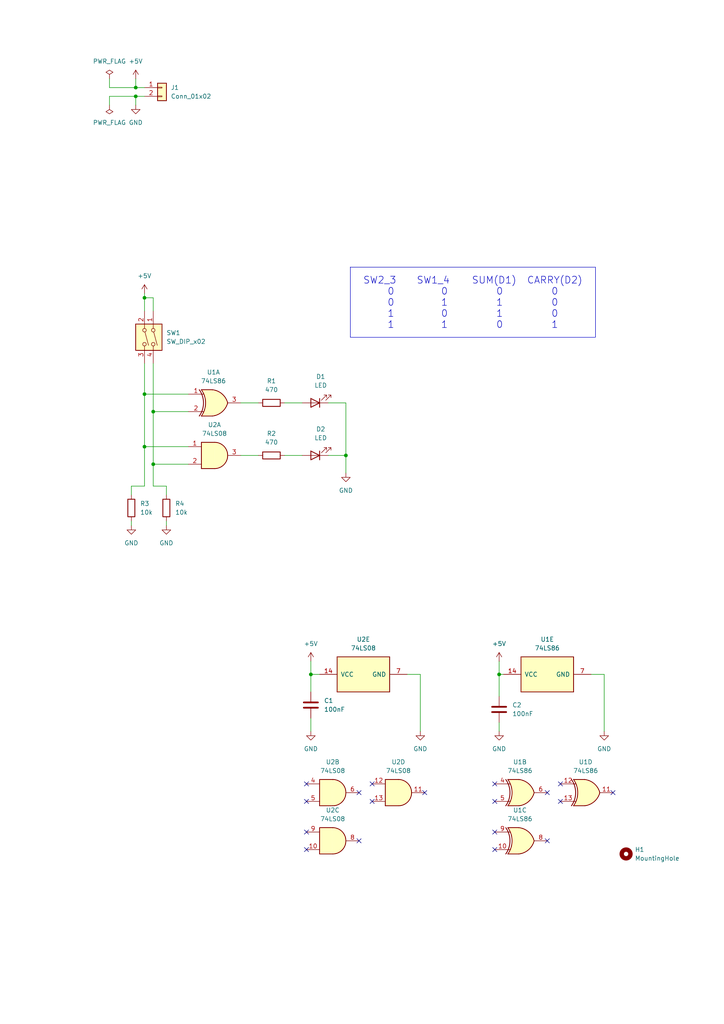
<source format=kicad_sch>
(kicad_sch (version 20231120) (generator "eeschema") (generator_version "8.0")
  (paper "A4" portrait)
  (title_block (title "HALF ADDER") (date "2024-03-02") (rev "v0.0") (company "MICAELA"))
  (lib_symbols
    (symbol "74xx:74LS08" (pin_names (offset 1.016))
      (property "Reference" "U" (at 0 1.27 0))
      (property "Value" "74LS08" (at 0 -1.27 0))
      (symbol "74LS08_1_1"
        (arc (start 0 -3.81) (mid 3.7934 0) (end 0 3.81) (stroke (width 0.254)) (fill (type background)))
        (polyline (pts (xy 0 3.81) (xy -3.81 3.81) (xy -3.81 -3.81) (xy 0 -3.81)) (stroke (width 0.254)) (fill (type background)))
        (pin input line (at -7.62 2.54 0) (length 3.81) (name "~") (number "1"))
        (pin input line (at -7.62 -2.54 0) (length 3.81) (name "~") (number "2"))
        (pin output line (at 7.62 0 180) (length 3.81) (name "~") (number "3"))
      )
      (symbol "74LS08_1_2"
        (arc (start -3.81 -3.81) (mid -2.589 0) (end -3.81 3.81) (stroke (width 0.254)))
        (arc (start -0.6096 -3.81) (mid 2.1842 -2.5851) (end 3.81 0) (stroke (width 0.254)) (fill (type background)))
        (polyline (pts (xy -3.81 -3.81) (xy -0.635 -3.81)) (stroke (width 0.254)) (fill (type background)))
        (polyline (pts (xy -3.81 3.81) (xy -0.635 3.81)) (stroke (width 0.254)) (fill (type background)))
        (polyline (pts (xy -0.635 3.81) (xy -3.81 3.81) (xy -3.81 3.81) (xy -3.556 3.4036) (xy -3.0226 2.2606) (xy -2.6924 1.0414) (xy -2.6162 -0.254) (xy -2.7686 -1.4986) (xy -3.175 -2.7178) (xy -3.81 -3.81) (xy -3.81 -3.81) (xy -0.635 -3.81)) (stroke (width -25.4)) (fill (type background)))
        (arc (start 3.81 0) (mid 2.1915 2.5936) (end -0.6096 3.81) (stroke (width 0.254)) (fill (type background)))
        (pin input inverted (at -7.62 2.54 0) (length 4.318) (name "~") (number "1"))
        (pin input inverted (at -7.62 -2.54 0) (length 4.318) (name "~") (number "2"))
        (pin output inverted (at 7.62 0 180) (length 3.81) (name "~") (number "3"))
      )
      (symbol "74LS08_2_1"
        (arc (start 0 -3.81) (mid 3.7934 0) (end 0 3.81) (stroke (width 0.254)) (fill (type background)))
        (polyline (pts (xy 0 3.81) (xy -3.81 3.81) (xy -3.81 -3.81) (xy 0 -3.81)) (stroke (width 0.254)) (fill (type background)))
        (pin input line (at -7.62 2.54 0) (length 3.81) (name "~") (number "4"))
        (pin input line (at -7.62 -2.54 0) (length 3.81) (name "~") (number "5"))
        (pin output line (at 7.62 0 180) (length 3.81) (name "~") (number "6"))
      )
      (symbol "74LS08_2_2"
        (arc (start -3.81 -3.81) (mid -2.589 0) (end -3.81 3.81) (stroke (width 0.254)))
        (arc (start -0.6096 -3.81) (mid 2.1842 -2.5851) (end 3.81 0) (stroke (width 0.254)) (fill (type background)))
        (polyline (pts (xy -3.81 -3.81) (xy -0.635 -3.81)) (stroke (width 0.254)) (fill (type background)))
        (polyline (pts (xy -3.81 3.81) (xy -0.635 3.81)) (stroke (width 0.254)) (fill (type background)))
        (polyline (pts (xy -0.635 3.81) (xy -3.81 3.81) (xy -3.81 3.81) (xy -3.556 3.4036) (xy -3.0226 2.2606) (xy -2.6924 1.0414) (xy -2.6162 -0.254) (xy -2.7686 -1.4986) (xy -3.175 -2.7178) (xy -3.81 -3.81) (xy -3.81 -3.81) (xy -0.635 -3.81)) (stroke (width -25.4)) (fill (type background)))
        (arc (start 3.81 0) (mid 2.1915 2.5936) (end -0.6096 3.81) (stroke (width 0.254)) (fill (type background)))
        (pin input inverted (at -7.62 2.54 0) (length 4.318) (name "~") (number "4"))
        (pin input inverted (at -7.62 -2.54 0) (length 4.318) (name "~") (number "5"))
        (pin output inverted (at 7.62 0 180) (length 3.81) (name "~") (number "6"))
      )
      (symbol "74LS08_3_1"
        (arc (start 0 -3.81) (mid 3.7934 0) (end 0 3.81) (stroke (width 0.254)) (fill (type background)))
        (polyline (pts (xy 0 3.81) (xy -3.81 3.81) (xy -3.81 -3.81) (xy 0 -3.81)) (stroke (width 0.254)) (fill (type background)))
        (pin input line (at -7.62 -2.54 0) (length 3.81) (name "~") (number "10"))
        (pin output line (at 7.62 0 180) (length 3.81) (name "~") (number "8"))
        (pin input line (at -7.62 2.54 0) (length 3.81) (name "~") (number "9"))
      )
      (symbol "74LS08_3_2"
        (arc (start -3.81 -3.81) (mid -2.589 0) (end -3.81 3.81) (stroke (width 0.254)))
        (arc (start -0.6096 -3.81) (mid 2.1842 -2.5851) (end 3.81 0) (stroke (width 0.254)) (fill (type background)))
        (polyline (pts (xy -3.81 -3.81) (xy -0.635 -3.81)) (stroke (width 0.254)) (fill (type background)))
        (polyline (pts (xy -3.81 3.81) (xy -0.635 3.81)) (stroke (width 0.254)) (fill (type background)))
        (polyline (pts (xy -0.635 3.81) (xy -3.81 3.81) (xy -3.81 3.81) (xy -3.556 3.4036) (xy -3.0226 2.2606) (xy -2.6924 1.0414) (xy -2.6162 -0.254) (xy -2.7686 -1.4986) (xy -3.175 -2.7178) (xy -3.81 -3.81) (xy -3.81 -3.81) (xy -0.635 -3.81)) (stroke (width -25.4)) (fill (type background)))
        (arc (start 3.81 0) (mid 2.1915 2.5936) (end -0.6096 3.81) (stroke (width 0.254)) (fill (type background)))
        (pin input inverted (at -7.62 -2.54 0) (length 4.318) (name "~") (number "10"))
        (pin output inverted (at 7.62 0 180) (length 3.81) (name "~") (number "8"))
        (pin input inverted (at -7.62 2.54 0) (length 4.318) (name "~") (number "9"))
      )
      (symbol "74LS08_4_1"
        (arc (start 0 -3.81) (mid 3.7934 0) (end 0 3.81) (stroke (width 0.254)) (fill (type background)))
        (polyline (pts (xy 0 3.81) (xy -3.81 3.81) (xy -3.81 -3.81) (xy 0 -3.81)) (stroke (width 0.254)) (fill (type background)))
        (pin output line (at 7.62 0 180) (length 3.81) (name "~") (number "11"))
        (pin input line (at -7.62 2.54 0) (length 3.81) (name "~") (number "12"))
        (pin input line (at -7.62 -2.54 0) (length 3.81) (name "~") (number "13"))
      )
      (symbol "74LS08_4_2"
        (arc (start -3.81 -3.81) (mid -2.589 0) (end -3.81 3.81) (stroke (width 0.254)))
        (arc (start -0.6096 -3.81) (mid 2.1842 -2.5851) (end 3.81 0) (stroke (width 0.254)) (fill (type background)))
        (polyline (pts (xy -3.81 -3.81) (xy -0.635 -3.81)) (stroke (width 0.254)) (fill (type background)))
        (polyline (pts (xy -3.81 3.81) (xy -0.635 3.81)) (stroke (width 0.254)) (fill (type background)))
        (polyline (pts (xy -0.635 3.81) (xy -3.81 3.81) (xy -3.81 3.81) (xy -3.556 3.4036) (xy -3.0226 2.2606) (xy -2.6924 1.0414) (xy -2.6162 -0.254) (xy -2.7686 -1.4986) (xy -3.175 -2.7178) (xy -3.81 -3.81) (xy -3.81 -3.81) (xy -0.635 -3.81)) (stroke (width -25.4)) (fill (type background)))
        (arc (start 3.81 0) (mid 2.1915 2.5936) (end -0.6096 3.81) (stroke (width 0.254)) (fill (type background)))
        (pin output inverted (at 7.62 0 180) (length 3.81) (name "~") (number "11"))
        (pin input inverted (at -7.62 2.54 0) (length 4.318) (name "~") (number "12"))
        (pin input inverted (at -7.62 -2.54 0) (length 4.318) (name "~") (number "13"))
      )
      (symbol "74LS08_5_0"
        (pin power_in line (at 0 12.7 270) (length 5.08) (name "VCC") (number "14"))
        (pin power_in line (at 0 -12.7 90) (length 5.08) (name "GND") (number "7"))
      )
      (symbol "74LS08_5_1"
        (rectangle (start -5.08 7.62) (end 5.08 -7.62) (stroke (width 0.254)) (fill (type background)))
      )
    )
    (symbol "74xx:74LS86" (pin_names (offset 1.016))
      (property "Reference" "U" (at 0 1.27 0))
      (property "Value" "74LS86" (at 0 -1.27 0))
      (symbol "74LS86_1_0"
        (arc (start -4.4196 -3.81) (mid -3.2033 0) (end -4.4196 3.81) (stroke (width 0.254)))
        (arc (start -3.81 -3.81) (mid -2.589 0) (end -3.81 3.81) (stroke (width 0.254)))
        (arc (start -0.6096 -3.81) (mid 2.1842 -2.5851) (end 3.81 0) (stroke (width 0.254)) (fill (type background)))
        (polyline (pts (xy -3.81 -3.81) (xy -0.635 -3.81)) (stroke (width 0.254)) (fill (type background)))
        (polyline (pts (xy -3.81 3.81) (xy -0.635 3.81)) (stroke (width 0.254)) (fill (type background)))
        (polyline (pts (xy -0.635 3.81) (xy -3.81 3.81) (xy -3.81 3.81) (xy -3.556 3.4036) (xy -3.0226 2.2606) (xy -2.6924 1.0414) (xy -2.6162 -0.254) (xy -2.7686 -1.4986) (xy -3.175 -2.7178) (xy -3.81 -3.81) (xy -3.81 -3.81) (xy -0.635 -3.81)) (stroke (width -25.4)) (fill (type background)))
        (arc (start 3.81 0) (mid 2.1915 2.5936) (end -0.6096 3.81) (stroke (width 0.254)) (fill (type background)))
        (pin input line (at -7.62 2.54 0) (length 4.445) (name "~") (number "1"))
        (pin input line (at -7.62 -2.54 0) (length 4.445) (name "~") (number "2"))
        (pin output line (at 7.62 0 180) (length 3.81) (name "~") (number "3"))
      )
      (symbol "74LS86_1_1"
        (polyline (pts (xy -3.81 -2.54) (xy -3.175 -2.54)) (stroke (width 0.1524)))
        (polyline (pts (xy -3.81 2.54) (xy -3.175 2.54)) (stroke (width 0.1524)))
      )
      (symbol "74LS86_2_0"
        (arc (start -4.4196 -3.81) (mid -3.2033 0) (end -4.4196 3.81) (stroke (width 0.254)))
        (arc (start -3.81 -3.81) (mid -2.589 0) (end -3.81 3.81) (stroke (width 0.254)))
        (arc (start -0.6096 -3.81) (mid 2.1842 -2.5851) (end 3.81 0) (stroke (width 0.254)) (fill (type background)))
        (polyline (pts (xy -3.81 -3.81) (xy -0.635 -3.81)) (stroke (width 0.254)) (fill (type background)))
        (polyline (pts (xy -3.81 3.81) (xy -0.635 3.81)) (stroke (width 0.254)) (fill (type background)))
        (polyline (pts (xy -0.635 3.81) (xy -3.81 3.81) (xy -3.81 3.81) (xy -3.556 3.4036) (xy -3.0226 2.2606) (xy -2.6924 1.0414) (xy -2.6162 -0.254) (xy -2.7686 -1.4986) (xy -3.175 -2.7178) (xy -3.81 -3.81) (xy -3.81 -3.81) (xy -0.635 -3.81)) (stroke (width -25.4)) (fill (type background)))
        (arc (start 3.81 0) (mid 2.1915 2.5936) (end -0.6096 3.81) (stroke (width 0.254)) (fill (type background)))
        (pin input line (at -7.62 2.54 0) (length 4.445) (name "~") (number "4"))
        (pin input line (at -7.62 -2.54 0) (length 4.445) (name "~") (number "5"))
        (pin output line (at 7.62 0 180) (length 3.81) (name "~") (number "6"))
      )
      (symbol "74LS86_2_1"
        (polyline (pts (xy -3.81 -2.54) (xy -3.175 -2.54)) (stroke (width 0.1524)))
        (polyline (pts (xy -3.81 2.54) (xy -3.175 2.54)) (stroke (width 0.1524)))
      )
      (symbol "74LS86_3_0"
        (arc (start -4.4196 -3.81) (mid -3.2033 0) (end -4.4196 3.81) (stroke (width 0.254)))
        (arc (start -3.81 -3.81) (mid -2.589 0) (end -3.81 3.81) (stroke (width 0.254)))
        (arc (start -0.6096 -3.81) (mid 2.1842 -2.5851) (end 3.81 0) (stroke (width 0.254)) (fill (type background)))
        (polyline (pts (xy -3.81 -3.81) (xy -0.635 -3.81)) (stroke (width 0.254)) (fill (type background)))
        (polyline (pts (xy -3.81 3.81) (xy -0.635 3.81)) (stroke (width 0.254)) (fill (type background)))
        (polyline (pts (xy -0.635 3.81) (xy -3.81 3.81) (xy -3.81 3.81) (xy -3.556 3.4036) (xy -3.0226 2.2606) (xy -2.6924 1.0414) (xy -2.6162 -0.254) (xy -2.7686 -1.4986) (xy -3.175 -2.7178) (xy -3.81 -3.81) (xy -3.81 -3.81) (xy -0.635 -3.81)) (stroke (width -25.4)) (fill (type background)))
        (arc (start 3.81 0) (mid 2.1915 2.5936) (end -0.6096 3.81) (stroke (width 0.254)) (fill (type background)))
        (pin input line (at -7.62 -2.54 0) (length 4.445) (name "~") (number "10"))
        (pin output line (at 7.62 0 180) (length 3.81) (name "~") (number "8"))
        (pin input line (at -7.62 2.54 0) (length 4.445) (name "~") (number "9"))
      )
      (symbol "74LS86_3_1"
        (polyline (pts (xy -3.81 -2.54) (xy -3.175 -2.54)) (stroke (width 0.1524)))
        (polyline (pts (xy -3.81 2.54) (xy -3.175 2.54)) (stroke (width 0.1524)))
      )
      (symbol "74LS86_4_0"
        (arc (start -4.4196 -3.81) (mid -3.2033 0) (end -4.4196 3.81) (stroke (width 0.254)))
        (arc (start -3.81 -3.81) (mid -2.589 0) (end -3.81 3.81) (stroke (width 0.254)))
        (arc (start -0.6096 -3.81) (mid 2.1842 -2.5851) (end 3.81 0) (stroke (width 0.254)) (fill (type background)))
        (polyline (pts (xy -3.81 -3.81) (xy -0.635 -3.81)) (stroke (width 0.254)) (fill (type background)))
        (polyline (pts (xy -3.81 3.81) (xy -0.635 3.81)) (stroke (width 0.254)) (fill (type background)))
        (polyline (pts (xy -0.635 3.81) (xy -3.81 3.81) (xy -3.81 3.81) (xy -3.556 3.4036) (xy -3.0226 2.2606) (xy -2.6924 1.0414) (xy -2.6162 -0.254) (xy -2.7686 -1.4986) (xy -3.175 -2.7178) (xy -3.81 -3.81) (xy -3.81 -3.81) (xy -0.635 -3.81)) (stroke (width -25.4)) (fill (type background)))
        (arc (start 3.81 0) (mid 2.1915 2.5936) (end -0.6096 3.81) (stroke (width 0.254)) (fill (type background)))
        (pin output line (at 7.62 0 180) (length 3.81) (name "~") (number "11"))
        (pin input line (at -7.62 2.54 0) (length 4.445) (name "~") (number "12"))
        (pin input line (at -7.62 -2.54 0) (length 4.445) (name "~") (number "13"))
      )
      (symbol "74LS86_4_1"
        (polyline (pts (xy -3.81 -2.54) (xy -3.175 -2.54)) (stroke (width 0.1524)))
        (polyline (pts (xy -3.81 2.54) (xy -3.175 2.54)) (stroke (width 0.1524)))
      )
      (symbol "74LS86_5_0"
        (pin power_in line (at 0 12.7 270) (length 5.08) (name "VCC") (number "14"))
        (pin power_in line (at 0 -12.7 90) (length 5.08) (name "GND") (number "7"))
      )
      (symbol "74LS86_5_1"
        (rectangle (start -5.08 7.62) (end 5.08 -7.62) (stroke (width 0.254)) (fill (type background)))
      )
    )
    (symbol "Connector_Generic:Conn_01x02" (pin_names (offset 1.016) hide)
      (property "Reference" "J" (at 0 2.54 0))
      (property "Value" "Conn_01x02" (at 0 -5.08 0))
      (symbol "Conn_01x02_1_1"
        (rectangle (start -1.27 -2.413) (end 0 -2.667) (stroke (width 0.1524)))
        (rectangle (start -1.27 0.127) (end 0 -0.127) (stroke (width 0.1524)))
        (rectangle (start -1.27 1.27) (end 1.27 -3.81) (stroke (width 0.254)) (fill (type background)))
        (pin passive line (at -5.08 0 0) (length 3.81) (name "Pin_1") (number "1"))
        (pin passive line (at -5.08 -2.54 0) (length 3.81) (name "Pin_2") (number "2"))
      )
    )
    (symbol "Device:C" (pin_numbers hide) (pin_names (offset 0.254))
      (property "Reference" "C" (at 0.635 2.54 0))
      (property "Value" "C" (at 0.635 -2.54 0))
      (symbol "C_0_1"
        (polyline (pts (xy -2.032 -0.762) (xy 2.032 -0.762)) (stroke (width 0.508)))
        (polyline (pts (xy -2.032 0.762) (xy 2.032 0.762)) (stroke (width 0.508)))
      )
      (symbol "C_1_1"
        (pin passive line (at 0 3.81 270) (length 2.794) (name "~") (number "1"))
        (pin passive line (at 0 -3.81 90) (length 2.794) (name "~") (number "2"))
      )
    )
    (symbol "Device:LED" (pin_numbers hide) (pin_names (offset 1.016) hide)
      (property "Reference" "D" (at 0 2.54 0))
      (property "Value" "LED" (at 0 -2.54 0))
      (symbol "LED_0_1"
        (polyline (pts (xy -1.27 -1.27) (xy -1.27 1.27)) (stroke (width 0.254)))
        (polyline (pts (xy -1.27 0) (xy 1.27 0)))
        (polyline (pts (xy 1.27 -1.27) (xy 1.27 1.27) (xy -1.27 0) (xy 1.27 -1.27)) (stroke (width 0.254)))
        (polyline (pts (xy -3.048 -0.762) (xy -4.572 -2.286) (xy -3.81 -2.286) (xy -4.572 -2.286) (xy -4.572 -1.524)))
        (polyline (pts (xy -1.778 -0.762) (xy -3.302 -2.286) (xy -2.54 -2.286) (xy -3.302 -2.286) (xy -3.302 -1.524)))
      )
      (symbol "LED_1_1"
        (pin passive line (at -3.81 0 0) (length 2.54) (name "K") (number "1"))
        (pin passive line (at 3.81 0 180) (length 2.54) (name "A") (number "2"))
      )
    )
    (symbol "Device:R" (pin_numbers hide) (pin_names (offset 0))
      (property "Reference" "R" (at 2.032 0 90))
      (property "Value" "R" (at 0 0 90))
      (symbol "R_0_1"
        (rectangle (start -1.016 -2.54) (end 1.016 2.54) (stroke (width 0.254)))
      )
      (symbol "R_1_1"
        (pin passive line (at 0 3.81 270) (length 1.27) (name "~") (number "1"))
        (pin passive line (at 0 -3.81 90) (length 1.27) (name "~") (number "2"))
      )
    )
    (symbol "Mechanical:MountingHole" (pin_names (offset 1.016))
      (property "Reference" "H" (at 0 5.08 0))
      (property "Value" "MountingHole" (at 0 3.175 0))
      (symbol "MountingHole_0_1"
        (circle (center 0 0) (radius 1.27) (stroke (width 1.27)))
      )
    )
    (symbol "Switch:SW_DIP_x02" (pin_names (offset 0) hide)
      (property "Reference" "SW" (at 0 6.35 0))
      (property "Value" "SW_DIP_x02" (at 0 -3.81 0))
      (symbol "SW_DIP_x02_0_0"
        (circle (center -2.032 0) (radius 0.508))
        (circle (center -2.032 2.54) (radius 0.508))
        (polyline (pts (xy -1.524 0.127) (xy 2.3622 1.1684)))
        (polyline (pts (xy -1.524 2.667) (xy 2.3622 3.7084)))
        (circle (center 2.032 0) (radius 0.508))
        (circle (center 2.032 2.54) (radius 0.508))
      )
      (symbol "SW_DIP_x02_0_1"
        (rectangle (start -3.81 5.08) (end 3.81 -2.54) (stroke (width 0.254)) (fill (type background)))
      )
      (symbol "SW_DIP_x02_1_1"
        (pin passive line (at -7.62 2.54 0) (length 5.08) (name "~") (number "1"))
        (pin passive line (at -7.62 0 0) (length 5.08) (name "~") (number "2"))
        (pin passive line (at 7.62 0 180) (length 5.08) (name "~") (number "3"))
        (pin passive line (at 7.62 2.54 180) (length 5.08) (name "~") (number "4"))
      )
    )
    (symbol "power:+5V" (power) (pin_numbers hide) (pin_names (offset 0) hide)
      (property "Value" "+5V" (at 0 3.556 0))
      (symbol "+5V_0_1"
        (polyline (pts (xy -0.762 1.27) (xy 0 2.54)))
        (polyline (pts (xy 0 0) (xy 0 2.54)))
        (polyline (pts (xy 0 2.54) (xy 0.762 1.27)))
      )
      (symbol "+5V_1_1"
        (pin power_in line (at 0 0 90) (length 0) (name "~") (number "1"))
      )
    )
    (symbol "power:GND" (power) (pin_numbers hide) (pin_names (offset 0) hide)
      (property "Value" "GND" (at 0 -3.81 0))
      (symbol "GND_0_1"
        (polyline (pts (xy 0 0) (xy 0 -1.27) (xy 1.27 -1.27) (xy 0 -2.54) (xy -1.27 -1.27) (xy 0 -1.27)))
      )
      (symbol "GND_1_1"
        (pin power_in line (at 0 0 270) (length 0) (name "~") (number "1"))
      )
    )
    (symbol "power:PWR_FLAG" (power) (pin_numbers hide) (pin_names (offset 0) hide)
      (property "Value" "PWR_FLAG" (at 0 3.81 0))
      (symbol "PWR_FLAG_0_0"
        (pin power_out line (at 0 0 90) (length 0) (name "~") (number "1"))
      )
      (symbol "PWR_FLAG_0_1"
        (polyline (pts (xy 0 0) (xy 0 1.27) (xy -1.016 1.905) (xy 0 2.54) (xy 1.016 1.905) (xy 0 1.27)))
      )
    )
  )
  (junction (at 90.17 195.58))
  (junction (at 100.33 132.08))
  (junction (at 44.45 134.62))
  (junction (at 41.91 86.36))
  (junction (at 39.37 25.4))
  (junction (at 44.45 119.38))
  (junction (at 41.91 114.3))
  (junction (at 144.78 195.58))
  (junction (at 41.91 129.54))
  (junction (at 39.37 27.94))
  (no_connect (at 107.95 227.33))
  (no_connect (at 104.14 229.87))
  (no_connect (at 104.14 243.84))
  (no_connect (at 88.9 227.33))
  (no_connect (at 143.51 241.3))
  (no_connect (at 158.75 229.87))
  (no_connect (at 88.9 241.3))
  (no_connect (at 143.51 246.38))
  (no_connect (at 88.9 232.41))
  (no_connect (at 162.56 232.41))
  (no_connect (at 123.19 229.87))
  (no_connect (at 107.95 232.41))
  (no_connect (at 88.9 246.38))
  (no_connect (at 162.56 227.33))
  (no_connect (at 158.75 243.84))
  (no_connect (at 143.51 227.33))
  (no_connect (at 177.8 229.87))
  (no_connect (at 143.51 232.41))
  (wire (pts (xy 41.91 85.09) (xy 41.91 86.36)))
  (wire (pts (xy 100.33 116.84) (xy 100.33 132.08)))
  (wire (pts (xy 44.45 105.41) (xy 44.45 119.38)))
  (wire (pts (xy 69.85 116.84) (xy 74.93 116.84)))
  (wire (pts (xy 41.91 140.97) (xy 41.91 129.54)))
  (wire (pts (xy 31.75 22.86) (xy 31.75 25.4)))
  (wire (pts (xy 41.91 27.94) (xy 39.37 27.94)))
  (wire (pts (xy 41.91 114.3) (xy 41.91 129.54)))
  (wire (pts (xy 41.91 129.54) (xy 54.61 129.54)))
  (wire (pts (xy 48.26 152.4) (xy 48.26 151.13)))
  (wire (pts (xy 39.37 25.4) (xy 39.37 22.86)))
  (wire (pts (xy 41.91 114.3) (xy 41.91 105.41)))
  (wire (pts (xy 38.1 140.97) (xy 41.91 140.97)))
  (wire (pts (xy 90.17 195.58) (xy 90.17 200.66)))
  (wire (pts (xy 100.33 132.08) (xy 100.33 137.16)))
  (wire (pts (xy 69.85 132.08) (xy 74.93 132.08)))
  (wire (pts (xy 82.55 132.08) (xy 87.63 132.08)))
  (wire (pts (xy 144.78 201.93) (xy 144.78 195.58)))
  (wire (pts (xy 175.26 195.58) (xy 175.26 212.09)))
  (wire (pts (xy 41.91 114.3) (xy 54.61 114.3)))
  (wire (pts (xy 44.45 86.36) (xy 41.91 86.36)))
  (wire (pts (xy 118.11 195.58) (xy 121.92 195.58)))
  (wire (pts (xy 48.26 140.97) (xy 48.26 143.51)))
  (wire (pts (xy 95.25 116.84) (xy 100.33 116.84)))
  (wire (pts (xy 44.45 140.97) (xy 48.26 140.97)))
  (wire (pts (xy 92.71 195.58) (xy 90.17 195.58)))
  (wire (pts (xy 44.45 119.38) (xy 44.45 134.62)))
  (wire (pts (xy 41.91 25.4) (xy 39.37 25.4)))
  (wire (pts (xy 90.17 208.28) (xy 90.17 212.09)))
  (wire (pts (xy 144.78 195.58) (xy 146.05 195.58)))
  (wire (pts (xy 44.45 134.62) (xy 44.45 140.97)))
  (wire (pts (xy 44.45 119.38) (xy 54.61 119.38)))
  (wire (pts (xy 39.37 27.94) (xy 39.37 30.48)))
  (wire (pts (xy 44.45 134.62) (xy 54.61 134.62)))
  (wire (pts (xy 41.91 86.36) (xy 41.91 90.17)))
  (wire (pts (xy 144.78 191.77) (xy 144.78 195.58)))
  (wire (pts (xy 121.92 195.58) (xy 121.92 212.09)))
  (wire (pts (xy 82.55 116.84) (xy 87.63 116.84)))
  (wire (pts (xy 95.25 132.08) (xy 100.33 132.08)))
  (wire (pts (xy 38.1 140.97) (xy 38.1 143.51)))
  (wire (pts (xy 44.45 90.17) (xy 44.45 86.36)))
  (wire (pts (xy 144.78 209.55) (xy 144.78 212.09)))
  (wire (pts (xy 171.45 195.58) (xy 175.26 195.58)))
  (wire (pts (xy 31.75 30.48) (xy 31.75 27.94)))
  (wire (pts (xy 31.75 27.94) (xy 39.37 27.94)))
  (wire (pts (xy 90.17 191.77) (xy 90.17 195.58)))
  (wire (pts (xy 38.1 151.13) (xy 38.1 152.4)))
  (wire (pts (xy 31.75 25.4) (xy 39.37 25.4)))
  (text_box "SW2_3	SW1_4	SUM(D1)	CARRY(D2)\n0		0		0		0\n0		1		1		0\n1		0		1		0\n1		1		0		1" (at 101.6 77.47 0) (size 71.12 20.32) (fill (type color) (color 255 255 255 1)) (effects (font (size 2 2))))
  (symbol (lib_id "Device:R") (at 48.26 147.32 0) (unit 1)
    (property "Reference" "R4" (at 50.8 146.0499 0) (effects (justify left)))
    (property "Value" "10k" (at 50.8 148.5899 0) (effects (justify left)))
    (property "Footprint" "Resistor_SMD:R_0805_2012Metric" (effects (hide yes)))
    (property "Description" "Resistor" (effects (hide yes)))
  )
  (symbol (lib_id "Device:LED") (at 91.44 116.84 180) (unit 1)
    (property "Reference" "D1" (at 93.0275 109.22 0))
    (property "Value" "LED" (at 93.0275 111.76 0))
    (property "Footprint" "LED_SMD:LED_0805_2012Metric" (effects (hide yes)))
    (property "Description" "Light emitting diode" (effects (hide yes)))
  )
  (symbol (lib_id "Device:R") (at 78.74 116.84 90) (unit 1)
    (property "Reference" "R1" (at 78.74 110.49 90))
    (property "Value" "470" (at 78.74 113.03 90))
    (property "Footprint" "Resistor_SMD:R_0805_2012Metric" (effects (hide yes)))
    (property "Description" "Resistor" (effects (hide yes)))
  )
  (symbol (lib_id "74xx:74LS08") (at 62.23 132.08 0) (unit 1)
    (property "Reference" "U2" (at 62.2217 123.19 0))
    (property "Value" "74LS08" (at 62.2217 125.73 0))
    (property "Footprint" "Package_DIP:DIP-14_W7.62mm_Socket_LongPads" (effects (hide yes)))
    (property "Datasheet" "http://www.ti.com/lit/gpn/sn74LS08" (effects (hide yes)))
    (property "Description" "Quad And2" (effects (hide yes)))
  )
  (symbol (lib_id "74xx:74LS08") (at 115.57 229.87 0) (unit 4)
    (property "Reference" "U2" (at 115.5617 220.98 0))
    (property "Value" "74LS08" (at 115.5617 223.52 0))
    (property "Footprint" "Package_DIP:DIP-14_W7.62mm_Socket_LongPads" (effects (hide yes)))
    (property "Datasheet" "http://www.ti.com/lit/gpn/sn74LS08" (effects (hide yes)))
    (property "Description" "Quad And2" (effects (hide yes)))
  )
  (symbol (lib_id "Device:C") (at 90.17 204.47 0) (unit 1)
    (property "Reference" "C1" (at 93.98 203.1999 0) (effects (justify left)))
    (property "Value" "100nF" (at 93.98 205.7399 0) (effects (justify left)))
    (property "Footprint" "Capacitor_SMD:C_0805_2012Metric" (effects (hide yes)))
    (property "Description" "Unpolarized capacitor" (effects (hide yes)))
  )
  (symbol (lib_id "power:PWR_FLAG") (at 31.75 22.86 0) (unit 1)
    (property "Reference" "#FLG01" (effects (hide yes)))
    (property "Value" "PWR_FLAG" (at 31.75 17.78 0))
    (property "Description" "Special symbol for telling ERC where power comes from" (effects (hide yes)))
  )
  (symbol (lib_id "Device:C") (at 144.78 205.74 0) (unit 1)
    (property "Reference" "C2" (at 148.59 204.4699 0) (effects (justify left)))
    (property "Value" "100nF" (at 148.59 207.0099 0) (effects (justify left)))
    (property "Footprint" "Capacitor_SMD:C_0805_2012Metric" (effects (hide yes)))
    (property "Description" "Unpolarized capacitor" (effects (hide yes)))
  )
  (symbol (lib_id "power:GND") (at 175.26 212.09 0) (unit 1)
    (property "Reference" "#PWR012" (effects (hide yes)))
    (property "Value" "GND" (at 175.26 217.17 0))
    (property "Description" "Power symbol creates a global label with name \"GND\" , ground" (effects (hide yes)))
  )
  (symbol (lib_id "Device:R") (at 78.74 132.08 90) (unit 1)
    (property "Reference" "R2" (at 78.74 125.73 90))
    (property "Value" "470" (at 78.74 128.27 90))
    (property "Footprint" "Resistor_SMD:R_0805_2012Metric" (effects (hide yes)))
    (property "Description" "Resistor" (effects (hide yes)))
  )
  (symbol (lib_id "power:+5V") (at 41.91 85.09 0) (unit 1)
    (property "Reference" "#PWR03" (effects (hide yes)))
    (property "Value" "+5V" (at 41.91 80.01 0))
    (property "Description" "Power symbol creates a global label with name \"+5V\"" (effects (hide yes)))
  )
  (symbol (lib_id "power:GND") (at 121.92 212.09 0) (unit 1)
    (property "Reference" "#PWR010" (effects (hide yes)))
    (property "Value" "GND" (at 121.92 217.17 0))
    (property "Description" "Power symbol creates a global label with name \"GND\" , ground" (effects (hide yes)))
  )
  (symbol (lib_id "74xx:74LS86") (at 158.75 195.58 90) (unit 5)
    (property "Reference" "U1" (at 158.75 185.42 90))
    (property "Value" "74LS86" (at 158.75 187.96 90))
    (property "Footprint" "Package_DIP:DIP-14_W7.62mm_Socket_LongPads" (effects (hide yes)))
    (property "Datasheet" "74xx/74ls86.pdf" (effects (hide yes)))
    (property "Description" "Quad 2-input XOR" (effects (hide yes)))
  )
  (symbol (lib_id "power:GND") (at 38.1 152.4 0) (unit 1)
    (property "Reference" "#PWR05" (effects (hide yes)))
    (property "Value" "GND" (at 38.1 157.48 0))
    (property "Description" "Power symbol creates a global label with name \"GND\" , ground" (effects (hide yes)))
  )
  (symbol (lib_id "power:GND") (at 48.26 152.4 0) (unit 1)
    (property "Reference" "#PWR06" (effects (hide yes)))
    (property "Value" "GND" (at 48.26 157.48 0))
    (property "Description" "Power symbol creates a global label with name \"GND\" , ground" (effects (hide yes)))
  )
  (symbol (lib_id "power:GND") (at 100.33 137.16 0) (unit 1)
    (property "Reference" "#PWR04" (effects (hide yes)))
    (property "Value" "GND" (at 100.33 142.24 0))
    (property "Description" "Power symbol creates a global label with name \"GND\" , ground" (effects (hide yes)))
  )
  (symbol (lib_id "power:GND") (at 90.17 212.09 0) (unit 1)
    (property "Reference" "#PWR09" (effects (hide yes)))
    (property "Value" "GND" (at 90.17 217.17 0))
    (property "Description" "Power symbol creates a global label with name \"GND\" , ground" (effects (hide yes)))
  )
  (symbol (lib_id "power:+5V") (at 144.78 191.77 0) (unit 1)
    (property "Reference" "#PWR08" (effects (hide yes)))
    (property "Value" "+5V" (at 144.78 186.69 0))
    (property "Description" "Power symbol creates a global label with name \"+5V\"" (effects (hide yes)))
  )
  (symbol (lib_id "74xx:74LS08") (at 96.52 229.87 0) (unit 2)
    (property "Reference" "U2" (at 96.5117 220.98 0))
    (property "Value" "74LS08" (at 96.5117 223.52 0))
    (property "Footprint" "Package_DIP:DIP-14_W7.62mm_Socket_LongPads" (effects (hide yes)))
    (property "Datasheet" "http://www.ti.com/lit/gpn/sn74LS08" (effects (hide yes)))
    (property "Description" "Quad And2" (effects (hide yes)))
  )
  (symbol (lib_id "74xx:74LS86") (at 62.23 116.84 0) (unit 1)
    (property "Reference" "U1" (at 61.9252 107.95 0))
    (property "Value" "74LS86" (at 61.9252 110.49 0))
    (property "Footprint" "Package_DIP:DIP-14_W7.62mm_Socket_LongPads" (effects (hide yes)))
    (property "Datasheet" "74xx/74ls86.pdf" (effects (hide yes)))
    (property "Description" "Quad 2-input XOR" (effects (hide yes)))
  )
  (symbol (lib_id "74xx:74LS08") (at 96.52 243.84 0) (unit 3)
    (property "Reference" "U2" (at 96.5117 234.95 0))
    (property "Value" "74LS08" (at 96.5117 237.49 0))
    (property "Footprint" "Package_DIP:DIP-14_W7.62mm_Socket_LongPads" (effects (hide yes)))
    (property "Datasheet" "http://www.ti.com/lit/gpn/sn74LS08" (effects (hide yes)))
    (property "Description" "Quad And2" (effects (hide yes)))
  )
  (symbol (lib_id "74xx:74LS08") (at 105.41 195.58 90) (unit 5)
    (property "Reference" "U2" (at 105.41 185.42 90))
    (property "Value" "74LS08" (at 105.41 187.96 90))
    (property "Footprint" "Package_DIP:DIP-14_W7.62mm_Socket_LongPads" (effects (hide yes)))
    (property "Datasheet" "http://www.ti.com/lit/gpn/sn74LS08" (effects (hide yes)))
    (property "Description" "Quad And2" (effects (hide yes)))
  )
  (symbol (lib_id "Connector_Generic:Conn_01x02") (at 46.99 25.4 0) (unit 1)
    (property "Reference" "J1" (at 49.53 25.3999 0) (effects (justify left)))
    (property "Value" "Conn_01x02" (at 49.53 27.9399 0) (effects (justify left)))
    (property "Footprint" "Connector_PinHeader_2.54mm:PinHeader_1x02_P2.54mm_Horizontal" (effects (hide yes)))
    (property "Description" "Generic connector, single row, 01x02, script generated (kicad-library-utils/schlib/autogen/connector/)" (effects (hide yes)))
  )
  (symbol (lib_id "Device:R") (at 38.1 147.32 0) (unit 1)
    (property "Reference" "R3" (at 40.64 146.0499 0) (effects (justify left)))
    (property "Value" "10k" (at 40.64 148.5899 0) (effects (justify left)))
    (property "Footprint" "Resistor_SMD:R_0805_2012Metric" (effects (hide yes)))
    (property "Description" "Resistor" (effects (hide yes)))
  )
  (symbol (lib_id "power:GND") (at 39.37 30.48 0) (unit 1)
    (property "Reference" "#PWR02" (effects (hide yes)))
    (property "Value" "GND" (at 39.37 35.56 0))
    (property "Description" "Power symbol creates a global label with name \"GND\" , ground" (effects (hide yes)))
  )
  (symbol (lib_id "74xx:74LS86") (at 170.18 229.87 0) (unit 4)
    (property "Reference" "U1" (at 169.8752 220.98 0))
    (property "Value" "74LS86" (at 169.8752 223.52 0))
    (property "Footprint" "Package_DIP:DIP-14_W7.62mm_Socket_LongPads" (effects (hide yes)))
    (property "Datasheet" "74xx/74ls86.pdf" (effects (hide yes)))
    (property "Description" "Quad 2-input XOR" (effects (hide yes)))
  )
  (symbol (lib_id "power:GND") (at 144.78 212.09 0) (unit 1)
    (property "Reference" "#PWR011" (effects (hide yes)))
    (property "Value" "GND" (at 144.78 217.17 0))
    (property "Description" "Power symbol creates a global label with name \"GND\" , ground" (effects (hide yes)))
  )
  (symbol (lib_id "74xx:74LS86") (at 151.13 243.84 0) (unit 3)
    (property "Reference" "U1" (at 150.8252 234.95 0))
    (property "Value" "74LS86" (at 150.8252 237.49 0))
    (property "Footprint" "Package_DIP:DIP-14_W7.62mm_Socket_LongPads" (effects (hide yes)))
    (property "Datasheet" "74xx/74ls86.pdf" (effects (hide yes)))
    (property "Description" "Quad 2-input XOR" (effects (hide yes)))
  )
  (symbol (lib_id "power:PWR_FLAG") (at 31.75 30.48 180) (unit 1)
    (property "Reference" "#FLG02" (effects (hide yes)))
    (property "Value" "PWR_FLAG" (at 31.75 35.56 0))
    (property "Description" "Special symbol for telling ERC where power comes from" (effects (hide yes)))
  )
  (symbol (lib_id "Mechanical:MountingHole") (at 181.61 247.65 0) (unit 1)
    (property "Reference" "H1" (at 184.15 246.3799 0) (effects (justify left)))
    (property "Value" "MountingHole" (at 184.15 248.9199 0) (effects (justify left)))
    (property "Footprint" "MountingHole:MountingHole_3.2mm_M3" (effects (hide yes)))
    (property "Description" "Mounting Hole without connection" (effects (hide yes)))
  )
  (symbol (lib_id "Switch:SW_DIP_x02") (at 41.91 97.79 270) (unit 1)
    (property "Reference" "SW1" (at 48.26 96.5199 90) (effects (justify left)))
    (property "Value" "SW_DIP_x02" (at 48.26 99.0599 90) (effects (justify left)))
    (property "Footprint" "Button_Switch_SMD:SW_DIP_SPSTx02_Slide_6.7x6.64mm_W6.73mm_P2.54mm_LowProfile_JPin" (effects (hide yes)))
    (property "Description" "2x DIP Switch, Single Pole Single Throw (SPST) switch, small symbol" (effects (hide yes)))
  )
  (symbol (lib_id "74xx:74LS86") (at 151.13 229.87 0) (unit 2)
    (property "Reference" "U1" (at 150.8252 220.98 0))
    (property "Value" "74LS86" (at 150.8252 223.52 0))
    (property "Footprint" "Package_DIP:DIP-14_W7.62mm_Socket_LongPads" (effects (hide yes)))
    (property "Datasheet" "74xx/74ls86.pdf" (effects (hide yes)))
    (property "Description" "Quad 2-input XOR" (effects (hide yes)))
  )
  (symbol (lib_id "Device:LED") (at 91.44 132.08 180) (unit 1)
    (property "Reference" "D2" (at 93.0275 124.46 0))
    (property "Value" "LED" (at 93.0275 127 0))
    (property "Footprint" "LED_SMD:LED_0805_2012Metric" (effects (hide yes)))
    (property "Description" "Light emitting diode" (effects (hide yes)))
  )
  (symbol (lib_id "power:+5V") (at 39.37 22.86 0) (unit 1)
    (property "Reference" "#PWR01" (effects (hide yes)))
    (property "Value" "+5V" (at 39.37 17.78 0))
    (property "Description" "Power symbol creates a global label with name \"+5V\"" (effects (hide yes)))
  )
  (symbol (lib_id "power:+5V") (at 90.17 191.77 0) (unit 1)
    (property "Reference" "#PWR07" (effects (hide yes)))
    (property "Value" "+5V" (at 90.17 186.69 0))
    (property "Description" "Power symbol creates a global label with name \"+5V\"" (effects (hide yes)))
  )
)
</source>
